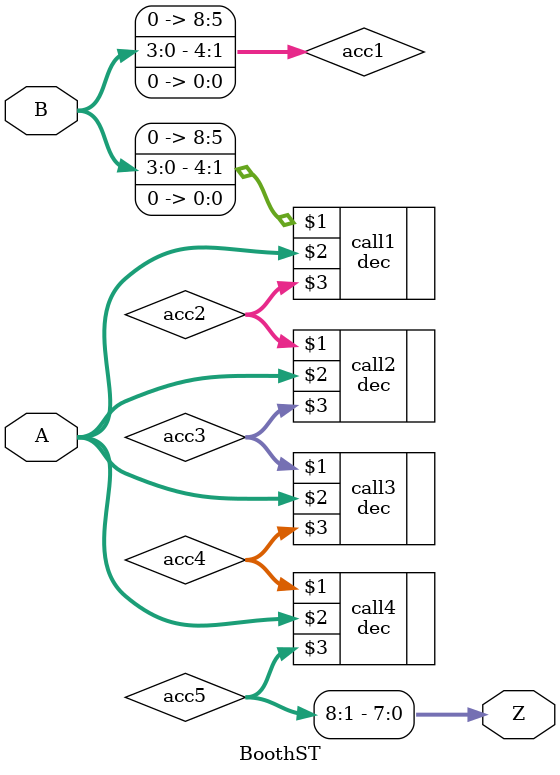
<source format=v>
`timescale 1ns / 1ps


module BoothST(input [3:0] A,B, output [7:0] Z);
wire [8:0] acc1,acc2,acc3,acc4,acc5;
assign acc1={4'b0,B,1'b0};
dec call1(acc1,A,acc2);
dec call2(acc2,A,acc3);
dec call3(acc3,A,acc4);
dec call4(acc4,A,acc5);
assign Z=acc5[8:1];
endmodule

</source>
